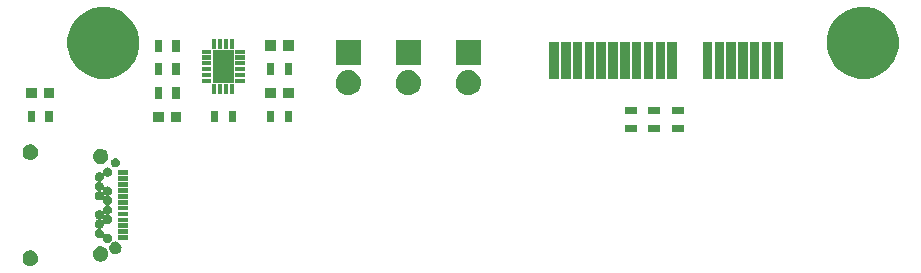
<source format=gts>
G04 #@! TF.FileFunction,Soldermask,Top*
%FSLAX46Y46*%
G04 Gerber Fmt 4.6, Leading zero omitted, Abs format (unit mm)*
G04 Created by KiCad (PCBNEW 4.0.7) date Thursday, January 18, 2018 'PMt' 01:36:02 PM*
%MOMM*%
%LPD*%
G01*
G04 APERTURE LIST*
%ADD10C,0.100000*%
G04 APERTURE END LIST*
D10*
G36*
X1478627Y2412966D02*
X1604152Y2387200D01*
X1722278Y2337545D01*
X1828512Y2265889D01*
X1918799Y2174969D01*
X1989711Y2068238D01*
X2038540Y1949769D01*
X2063377Y1824333D01*
X2063377Y1824327D01*
X2063428Y1824069D01*
X2061385Y1677711D01*
X2061326Y1677452D01*
X2061326Y1677446D01*
X2032998Y1552759D01*
X1980878Y1435695D01*
X1907015Y1330988D01*
X1814223Y1242623D01*
X1706028Y1173960D01*
X1586561Y1127622D01*
X1460374Y1105372D01*
X1332258Y1108056D01*
X1207110Y1135572D01*
X1089688Y1186872D01*
X984470Y1260000D01*
X895457Y1352176D01*
X826040Y1459889D01*
X778870Y1579028D01*
X755739Y1705059D01*
X757528Y1833184D01*
X784170Y1958525D01*
X834651Y2076303D01*
X907044Y2182032D01*
X998596Y2271686D01*
X1105813Y2341847D01*
X1224627Y2389851D01*
X1350494Y2413862D01*
X1478627Y2412966D01*
X1478627Y2412966D01*
G37*
G36*
X7428627Y2772966D02*
X7554152Y2747200D01*
X7672278Y2697545D01*
X7778512Y2625889D01*
X7868799Y2534969D01*
X7939711Y2428238D01*
X7988540Y2309769D01*
X8013377Y2184333D01*
X8013377Y2184327D01*
X8013428Y2184069D01*
X8011385Y2037711D01*
X8011326Y2037452D01*
X8011326Y2037446D01*
X7982998Y1912759D01*
X7930878Y1795695D01*
X7857015Y1690988D01*
X7764223Y1602623D01*
X7656028Y1533960D01*
X7536561Y1487622D01*
X7410374Y1465372D01*
X7282258Y1468056D01*
X7157110Y1495572D01*
X7039688Y1546872D01*
X6934470Y1620000D01*
X6845457Y1712176D01*
X6776040Y1819889D01*
X6728870Y1939028D01*
X6705739Y2065059D01*
X6707528Y2193184D01*
X6734170Y2318525D01*
X6784651Y2436303D01*
X6857044Y2542032D01*
X6948596Y2631686D01*
X7055813Y2701847D01*
X7174627Y2749851D01*
X7300494Y2773862D01*
X7428627Y2772966D01*
X7428627Y2772966D01*
G37*
G36*
X8665247Y3175651D02*
X8766296Y3154909D01*
X8861390Y3114935D01*
X8946909Y3057252D01*
X9019594Y2984057D01*
X9076679Y2898137D01*
X9115987Y2802768D01*
X9135971Y2701841D01*
X9135971Y2701835D01*
X9136022Y2701577D01*
X9134377Y2583756D01*
X9134319Y2583501D01*
X9134319Y2583491D01*
X9111525Y2483165D01*
X9069569Y2388931D01*
X9010106Y2304637D01*
X8935406Y2233500D01*
X8848308Y2178226D01*
X8752137Y2140924D01*
X8650552Y2123012D01*
X8547416Y2125172D01*
X8446671Y2147322D01*
X8352140Y2188622D01*
X8267440Y2247490D01*
X8195783Y2321694D01*
X8139900Y2408405D01*
X8101928Y2504314D01*
X8083307Y2605771D01*
X8084747Y2708914D01*
X8106195Y2809817D01*
X8146833Y2904631D01*
X8205111Y2989744D01*
X8278812Y3061918D01*
X8365122Y3118397D01*
X8460773Y3157043D01*
X8562096Y3176372D01*
X8665247Y3175651D01*
X8665247Y3175651D01*
G37*
G36*
X7990688Y9437144D02*
X8065112Y9421867D01*
X8135151Y9392425D01*
X8198134Y9349943D01*
X8251668Y9296033D01*
X8293710Y9232755D01*
X8322661Y9162514D01*
X8337366Y9088251D01*
X8337366Y9088239D01*
X8337416Y9087986D01*
X8336204Y9001211D01*
X8336147Y9000961D01*
X8336147Y9000945D01*
X8319376Y8927129D01*
X8288473Y8857719D01*
X8244680Y8795638D01*
X8189663Y8743246D01*
X8125513Y8702535D01*
X8054687Y8675064D01*
X7979867Y8661871D01*
X7903908Y8663462D01*
X7829705Y8679777D01*
X7760089Y8710191D01*
X7697702Y8753551D01*
X7696408Y8754891D01*
X7687861Y8761547D01*
X7677797Y8765559D01*
X7667015Y8766608D01*
X7656367Y8764612D01*
X7646696Y8759729D01*
X7638769Y8752344D01*
X7633213Y8743044D01*
X7630468Y8732564D01*
X7630947Y8720667D01*
X7637366Y8688250D01*
X7637366Y8688239D01*
X7637416Y8687986D01*
X7636204Y8601211D01*
X7636147Y8600961D01*
X7636147Y8600945D01*
X7619376Y8527129D01*
X7588473Y8457719D01*
X7544680Y8395638D01*
X7489663Y8343246D01*
X7425514Y8302536D01*
X7383132Y8286097D01*
X7373683Y8280797D01*
X7366085Y8273075D01*
X7360939Y8263542D01*
X7358653Y8252952D01*
X7359408Y8242145D01*
X7363143Y8231975D01*
X7369564Y8223249D01*
X7382136Y8214711D01*
X7435150Y8192426D01*
X7498134Y8149943D01*
X7551668Y8096033D01*
X7593710Y8032755D01*
X7622661Y7962514D01*
X7637366Y7888251D01*
X7637366Y7888239D01*
X7637416Y7887986D01*
X7636204Y7801211D01*
X7636147Y7800961D01*
X7636147Y7800946D01*
X7631217Y7779249D01*
X7630327Y7768452D01*
X7632480Y7757834D01*
X7637506Y7748237D01*
X7645007Y7740420D01*
X7654388Y7735002D01*
X7664908Y7732412D01*
X7675732Y7732856D01*
X7686005Y7736297D01*
X7695697Y7743212D01*
X7706079Y7753379D01*
X7769646Y7794977D01*
X7840093Y7823439D01*
X7914719Y7837675D01*
X7990688Y7837144D01*
X8065112Y7821867D01*
X8135151Y7792425D01*
X8198134Y7749943D01*
X8251668Y7696033D01*
X8293710Y7632755D01*
X8322661Y7562514D01*
X8337366Y7488251D01*
X8337366Y7488239D01*
X8337416Y7487986D01*
X8336204Y7401211D01*
X8336147Y7400961D01*
X8336147Y7400945D01*
X8319376Y7327129D01*
X8288473Y7257719D01*
X8244680Y7195638D01*
X8189663Y7143246D01*
X8125514Y7102536D01*
X8083132Y7086097D01*
X8073683Y7080797D01*
X8066085Y7073075D01*
X8060939Y7063542D01*
X8058653Y7052952D01*
X8059408Y7042145D01*
X8063143Y7031975D01*
X8069564Y7023249D01*
X8082136Y7014711D01*
X8135150Y6992426D01*
X8198134Y6949943D01*
X8251668Y6896033D01*
X8293710Y6832755D01*
X8322661Y6762514D01*
X8337366Y6688251D01*
X8337366Y6688239D01*
X8337416Y6687986D01*
X8336204Y6601211D01*
X8336147Y6600961D01*
X8336147Y6600945D01*
X8319376Y6527129D01*
X8288473Y6457719D01*
X8244680Y6395638D01*
X8189663Y6343246D01*
X8125514Y6302536D01*
X8083132Y6286097D01*
X8073683Y6280797D01*
X8066085Y6273075D01*
X8060939Y6263542D01*
X8058653Y6252952D01*
X8059408Y6242145D01*
X8063143Y6231975D01*
X8069564Y6223249D01*
X8082136Y6214711D01*
X8135150Y6192426D01*
X8198134Y6149943D01*
X8251668Y6096033D01*
X8293710Y6032755D01*
X8322661Y5962514D01*
X8337366Y5888251D01*
X8337366Y5888239D01*
X8337416Y5887986D01*
X8336204Y5801211D01*
X8336147Y5800961D01*
X8336147Y5800945D01*
X8319376Y5727129D01*
X8288473Y5657719D01*
X8244680Y5595638D01*
X8189663Y5543246D01*
X8125514Y5502536D01*
X8083132Y5486097D01*
X8073683Y5480797D01*
X8066085Y5473075D01*
X8060939Y5463542D01*
X8058653Y5452952D01*
X8059408Y5442145D01*
X8063143Y5431975D01*
X8069564Y5423249D01*
X8082136Y5414711D01*
X8135150Y5392426D01*
X8198134Y5349943D01*
X8251668Y5296033D01*
X8293710Y5232755D01*
X8322661Y5162514D01*
X8337366Y5088251D01*
X8337366Y5088239D01*
X8337416Y5087986D01*
X8336204Y5001211D01*
X8336147Y5000961D01*
X8336147Y5000945D01*
X8319376Y4927129D01*
X8288473Y4857719D01*
X8244680Y4795638D01*
X8189663Y4743246D01*
X8125513Y4702535D01*
X8054687Y4675064D01*
X7979867Y4661871D01*
X7903908Y4663462D01*
X7829705Y4679777D01*
X7760089Y4710191D01*
X7697702Y4753551D01*
X7696408Y4754891D01*
X7687861Y4761547D01*
X7677797Y4765559D01*
X7667015Y4766608D01*
X7656367Y4764612D01*
X7646696Y4759729D01*
X7638769Y4752344D01*
X7633213Y4743044D01*
X7630468Y4732564D01*
X7630947Y4720667D01*
X7637366Y4688250D01*
X7637366Y4688239D01*
X7637416Y4687986D01*
X7636204Y4601211D01*
X7636147Y4600961D01*
X7636147Y4600945D01*
X7619376Y4527129D01*
X7588473Y4457719D01*
X7544680Y4395638D01*
X7489663Y4343246D01*
X7425514Y4302536D01*
X7383132Y4286097D01*
X7373683Y4280797D01*
X7366085Y4273075D01*
X7360939Y4263542D01*
X7358653Y4252952D01*
X7359408Y4242145D01*
X7363143Y4231975D01*
X7369564Y4223249D01*
X7382136Y4214711D01*
X7435150Y4192426D01*
X7498134Y4149943D01*
X7551668Y4096033D01*
X7593710Y4032755D01*
X7622661Y3962514D01*
X7637366Y3888251D01*
X7637366Y3888239D01*
X7637416Y3887986D01*
X7636204Y3801211D01*
X7636147Y3800961D01*
X7636147Y3800946D01*
X7631217Y3779249D01*
X7630327Y3768452D01*
X7632480Y3757834D01*
X7637506Y3748237D01*
X7645007Y3740420D01*
X7654388Y3735002D01*
X7664908Y3732412D01*
X7675732Y3732856D01*
X7686005Y3736297D01*
X7695697Y3743212D01*
X7706079Y3753379D01*
X7769646Y3794977D01*
X7840093Y3823439D01*
X7914719Y3837675D01*
X7990688Y3837144D01*
X8065112Y3821867D01*
X8135151Y3792425D01*
X8198134Y3749943D01*
X8251668Y3696033D01*
X8293710Y3632755D01*
X8322661Y3562514D01*
X8337366Y3488251D01*
X8337366Y3488239D01*
X8337416Y3487986D01*
X8336204Y3401211D01*
X8336147Y3400961D01*
X8336147Y3400945D01*
X8319376Y3327129D01*
X8288473Y3257719D01*
X8244680Y3195638D01*
X8189663Y3143246D01*
X8125513Y3102535D01*
X8054687Y3075064D01*
X7979867Y3061871D01*
X7903908Y3063462D01*
X7829705Y3079777D01*
X7760089Y3110191D01*
X7697702Y3153551D01*
X7644928Y3208201D01*
X7603769Y3272065D01*
X7575804Y3342697D01*
X7562089Y3417430D01*
X7563149Y3493390D01*
X7569227Y3521984D01*
X7569966Y3532792D01*
X7567664Y3543378D01*
X7562505Y3552904D01*
X7554896Y3560616D01*
X7545439Y3565902D01*
X7534885Y3568345D01*
X7524067Y3567750D01*
X7513844Y3564166D01*
X7505018Y3557869D01*
X7489663Y3543246D01*
X7425513Y3502535D01*
X7354687Y3475064D01*
X7279867Y3461871D01*
X7203908Y3463462D01*
X7129705Y3479777D01*
X7060089Y3510191D01*
X6997702Y3553551D01*
X6944928Y3608201D01*
X6903769Y3672065D01*
X6875804Y3742697D01*
X6862089Y3817430D01*
X6863149Y3893389D01*
X6878946Y3967706D01*
X6908876Y4037537D01*
X6951798Y4100223D01*
X7006079Y4153379D01*
X7069646Y4194977D01*
X7116773Y4214017D01*
X7126147Y4219448D01*
X7133637Y4227276D01*
X7138649Y4236880D01*
X7140787Y4247501D01*
X7139882Y4258297D01*
X7136005Y4268413D01*
X7129463Y4277048D01*
X7117764Y4284994D01*
X7060089Y4310191D01*
X6997702Y4353551D01*
X6944928Y4408201D01*
X6903769Y4472065D01*
X6875804Y4542697D01*
X6862089Y4617430D01*
X6863149Y4693389D01*
X6878946Y4767706D01*
X6908876Y4837537D01*
X6951798Y4900223D01*
X7006079Y4953379D01*
X7069646Y4994977D01*
X7116773Y5014017D01*
X7126147Y5019448D01*
X7133637Y5027276D01*
X7138649Y5036880D01*
X7140787Y5047501D01*
X7140331Y5052952D01*
X7358653Y5052952D01*
X7359408Y5042145D01*
X7363143Y5031975D01*
X7369564Y5023249D01*
X7382136Y5014711D01*
X7435150Y4992426D01*
X7498134Y4949943D01*
X7504144Y4943891D01*
X7512783Y4937354D01*
X7522902Y4933483D01*
X7533698Y4932584D01*
X7544317Y4934728D01*
X7553919Y4939746D01*
X7561742Y4947240D01*
X7567168Y4956617D01*
X7569767Y4967135D01*
X7569331Y4977969D01*
X7562089Y5017430D01*
X7563149Y5093390D01*
X7569227Y5121984D01*
X7569966Y5132792D01*
X7567664Y5143378D01*
X7562505Y5152904D01*
X7554896Y5160616D01*
X7545439Y5165902D01*
X7534885Y5168345D01*
X7524067Y5167750D01*
X7513844Y5164166D01*
X7505018Y5157869D01*
X7489663Y5143246D01*
X7425514Y5102536D01*
X7383132Y5086097D01*
X7373683Y5080797D01*
X7366085Y5073075D01*
X7360939Y5063542D01*
X7358653Y5052952D01*
X7140331Y5052952D01*
X7139882Y5058297D01*
X7136005Y5068413D01*
X7129463Y5077048D01*
X7117764Y5084994D01*
X7060089Y5110191D01*
X6997702Y5153551D01*
X6944928Y5208201D01*
X6903769Y5272065D01*
X6875804Y5342697D01*
X6871078Y5368452D01*
X7630327Y5368452D01*
X7632480Y5357834D01*
X7637506Y5348237D01*
X7645007Y5340420D01*
X7654388Y5335002D01*
X7664908Y5332412D01*
X7675732Y5332856D01*
X7686005Y5336297D01*
X7695697Y5343212D01*
X7706079Y5353379D01*
X7769646Y5394977D01*
X7816773Y5414017D01*
X7826147Y5419448D01*
X7833637Y5427276D01*
X7838649Y5436880D01*
X7840787Y5447501D01*
X7839882Y5458297D01*
X7836005Y5468413D01*
X7829463Y5477048D01*
X7817764Y5484994D01*
X7760089Y5510191D01*
X7697702Y5553551D01*
X7696408Y5554891D01*
X7687861Y5561547D01*
X7677797Y5565559D01*
X7667015Y5566608D01*
X7656367Y5564612D01*
X7646696Y5559729D01*
X7638769Y5552344D01*
X7633213Y5543044D01*
X7630468Y5532564D01*
X7630947Y5520667D01*
X7637366Y5488250D01*
X7637366Y5488239D01*
X7637416Y5487986D01*
X7636204Y5401211D01*
X7636147Y5400961D01*
X7636147Y5400946D01*
X7631217Y5379249D01*
X7630327Y5368452D01*
X6871078Y5368452D01*
X6862089Y5417430D01*
X6863149Y5493389D01*
X6878946Y5567706D01*
X6908876Y5637537D01*
X6951798Y5700223D01*
X7006079Y5753379D01*
X7069646Y5794977D01*
X7140093Y5823439D01*
X7214719Y5837675D01*
X7290688Y5837144D01*
X7365112Y5821867D01*
X7435151Y5792425D01*
X7498134Y5749943D01*
X7504144Y5743891D01*
X7512783Y5737354D01*
X7522902Y5733483D01*
X7533698Y5732584D01*
X7544317Y5734728D01*
X7553919Y5739746D01*
X7561742Y5747240D01*
X7567168Y5756617D01*
X7569767Y5767135D01*
X7569331Y5777969D01*
X7562089Y5817430D01*
X7563149Y5893389D01*
X7578946Y5967706D01*
X7608876Y6037537D01*
X7651798Y6100223D01*
X7706079Y6153379D01*
X7769646Y6194977D01*
X7816773Y6214017D01*
X7826147Y6219448D01*
X7833637Y6227276D01*
X7838649Y6236880D01*
X7840787Y6247501D01*
X7839882Y6258297D01*
X7836005Y6268413D01*
X7829463Y6277048D01*
X7817764Y6284994D01*
X7760089Y6310191D01*
X7697702Y6353551D01*
X7644928Y6408201D01*
X7603769Y6472065D01*
X7575804Y6542697D01*
X7562089Y6617430D01*
X7563149Y6693390D01*
X7569227Y6721984D01*
X7569966Y6732792D01*
X7567664Y6743378D01*
X7562505Y6752904D01*
X7554896Y6760616D01*
X7545439Y6765902D01*
X7534885Y6768345D01*
X7524067Y6767750D01*
X7513844Y6764166D01*
X7505018Y6757869D01*
X7489663Y6743246D01*
X7425513Y6702535D01*
X7354687Y6675064D01*
X7279867Y6661871D01*
X7203908Y6663462D01*
X7129705Y6679777D01*
X7060089Y6710191D01*
X6997702Y6753551D01*
X6944928Y6808201D01*
X6903769Y6872065D01*
X6875804Y6942697D01*
X6871078Y6968452D01*
X7630327Y6968452D01*
X7632480Y6957834D01*
X7637506Y6948237D01*
X7645007Y6940420D01*
X7654388Y6935002D01*
X7664908Y6932412D01*
X7675732Y6932856D01*
X7686005Y6936297D01*
X7695697Y6943212D01*
X7706079Y6953379D01*
X7769646Y6994977D01*
X7816773Y7014017D01*
X7826147Y7019448D01*
X7833637Y7027276D01*
X7838649Y7036880D01*
X7840787Y7047501D01*
X7839882Y7058297D01*
X7836005Y7068413D01*
X7829463Y7077048D01*
X7817764Y7084994D01*
X7760089Y7110191D01*
X7697702Y7153551D01*
X7696408Y7154891D01*
X7687861Y7161547D01*
X7677797Y7165559D01*
X7667015Y7166608D01*
X7656367Y7164612D01*
X7646696Y7159729D01*
X7638769Y7152344D01*
X7633213Y7143044D01*
X7630468Y7132564D01*
X7630947Y7120667D01*
X7637366Y7088250D01*
X7637366Y7088239D01*
X7637416Y7087986D01*
X7636204Y7001211D01*
X7636147Y7000961D01*
X7636147Y7000946D01*
X7631217Y6979249D01*
X7630327Y6968452D01*
X6871078Y6968452D01*
X6862089Y7017430D01*
X6863149Y7093389D01*
X6878946Y7167706D01*
X6908876Y7237537D01*
X6951798Y7300223D01*
X7006079Y7353379D01*
X7069646Y7394977D01*
X7116773Y7414017D01*
X7126147Y7419448D01*
X7133637Y7427276D01*
X7138649Y7436880D01*
X7140787Y7447501D01*
X7140331Y7452952D01*
X7358653Y7452952D01*
X7359408Y7442145D01*
X7363143Y7431975D01*
X7369564Y7423249D01*
X7382136Y7414711D01*
X7435150Y7392426D01*
X7498134Y7349943D01*
X7504144Y7343891D01*
X7512783Y7337354D01*
X7522902Y7333483D01*
X7533698Y7332584D01*
X7544317Y7334728D01*
X7553919Y7339746D01*
X7561742Y7347240D01*
X7567168Y7356617D01*
X7569767Y7367135D01*
X7569331Y7377969D01*
X7562089Y7417430D01*
X7563149Y7493390D01*
X7569227Y7521984D01*
X7569966Y7532792D01*
X7567664Y7543378D01*
X7562505Y7552904D01*
X7554896Y7560616D01*
X7545439Y7565902D01*
X7534885Y7568345D01*
X7524067Y7567750D01*
X7513844Y7564166D01*
X7505018Y7557869D01*
X7489663Y7543246D01*
X7425514Y7502536D01*
X7383132Y7486097D01*
X7373683Y7480797D01*
X7366085Y7473075D01*
X7360939Y7463542D01*
X7358653Y7452952D01*
X7140331Y7452952D01*
X7139882Y7458297D01*
X7136005Y7468413D01*
X7129463Y7477048D01*
X7117764Y7484994D01*
X7060089Y7510191D01*
X6997702Y7553551D01*
X6944928Y7608201D01*
X6903769Y7672065D01*
X6875804Y7742697D01*
X6862089Y7817430D01*
X6863149Y7893389D01*
X6878946Y7967706D01*
X6908876Y8037537D01*
X6951798Y8100223D01*
X7006079Y8153379D01*
X7069646Y8194977D01*
X7116773Y8214017D01*
X7126147Y8219448D01*
X7133637Y8227276D01*
X7138649Y8236880D01*
X7140787Y8247501D01*
X7139882Y8258297D01*
X7136005Y8268413D01*
X7129463Y8277048D01*
X7117764Y8284994D01*
X7060089Y8310191D01*
X6997702Y8353551D01*
X6944928Y8408201D01*
X6903769Y8472065D01*
X6875804Y8542697D01*
X6862089Y8617430D01*
X6863149Y8693389D01*
X6878946Y8767706D01*
X6908876Y8837537D01*
X6951798Y8900223D01*
X7006079Y8953379D01*
X7069646Y8994977D01*
X7140093Y9023439D01*
X7214719Y9037675D01*
X7290688Y9037144D01*
X7365112Y9021867D01*
X7435151Y8992425D01*
X7498134Y8949943D01*
X7504144Y8943891D01*
X7512783Y8937354D01*
X7522902Y8933483D01*
X7533698Y8932584D01*
X7544317Y8934728D01*
X7553919Y8939746D01*
X7561742Y8947240D01*
X7567168Y8956617D01*
X7569767Y8967135D01*
X7569331Y8977969D01*
X7562089Y9017430D01*
X7563149Y9093389D01*
X7578946Y9167706D01*
X7608876Y9237537D01*
X7651798Y9300223D01*
X7706079Y9353379D01*
X7769646Y9394977D01*
X7840093Y9423439D01*
X7914719Y9437675D01*
X7990688Y9437144D01*
X7990688Y9437144D01*
G37*
G36*
X9671000Y3299000D02*
X8869000Y3299000D01*
X8869000Y3701000D01*
X9671000Y3701000D01*
X9671000Y3299000D01*
X9671000Y3299000D01*
G37*
G36*
X9671000Y3799000D02*
X8869000Y3799000D01*
X8869000Y4201000D01*
X9671000Y4201000D01*
X9671000Y3799000D01*
X9671000Y3799000D01*
G37*
G36*
X9671000Y4299000D02*
X8869000Y4299000D01*
X8869000Y4701000D01*
X9671000Y4701000D01*
X9671000Y4299000D01*
X9671000Y4299000D01*
G37*
G36*
X9671000Y4799000D02*
X8869000Y4799000D01*
X8869000Y5201000D01*
X9671000Y5201000D01*
X9671000Y4799000D01*
X9671000Y4799000D01*
G37*
G36*
X9671000Y5299000D02*
X8869000Y5299000D01*
X8869000Y5701000D01*
X9671000Y5701000D01*
X9671000Y5299000D01*
X9671000Y5299000D01*
G37*
G36*
X9671000Y5799000D02*
X8869000Y5799000D01*
X8869000Y6201000D01*
X9671000Y6201000D01*
X9671000Y5799000D01*
X9671000Y5799000D01*
G37*
G36*
X9671000Y6299000D02*
X8869000Y6299000D01*
X8869000Y6701000D01*
X9671000Y6701000D01*
X9671000Y6299000D01*
X9671000Y6299000D01*
G37*
G36*
X9671000Y6799000D02*
X8869000Y6799000D01*
X8869000Y7201000D01*
X9671000Y7201000D01*
X9671000Y6799000D01*
X9671000Y6799000D01*
G37*
G36*
X9671000Y7299000D02*
X8869000Y7299000D01*
X8869000Y7701000D01*
X9671000Y7701000D01*
X9671000Y7299000D01*
X9671000Y7299000D01*
G37*
G36*
X9671000Y7799000D02*
X8869000Y7799000D01*
X8869000Y8201000D01*
X9671000Y8201000D01*
X9671000Y7799000D01*
X9671000Y7799000D01*
G37*
G36*
X9671000Y8299000D02*
X8869000Y8299000D01*
X8869000Y8701000D01*
X9671000Y8701000D01*
X9671000Y8299000D01*
X9671000Y8299000D01*
G37*
G36*
X9671000Y8799000D02*
X8869000Y8799000D01*
X8869000Y9201000D01*
X9671000Y9201000D01*
X9671000Y8799000D01*
X9671000Y8799000D01*
G37*
G36*
X8649492Y10225751D02*
X8721725Y10210924D01*
X8789701Y10182350D01*
X8850835Y10141114D01*
X8902789Y10088796D01*
X8943596Y10027377D01*
X8971695Y9959204D01*
X8985965Y9887133D01*
X8985965Y9887127D01*
X8986016Y9886869D01*
X8984840Y9802647D01*
X8984782Y9802392D01*
X8984782Y9802382D01*
X8968506Y9730738D01*
X8938516Y9663381D01*
X8896009Y9603123D01*
X8842611Y9552273D01*
X8780349Y9512761D01*
X8711604Y9486097D01*
X8638989Y9473293D01*
X8565262Y9474837D01*
X8493248Y9490670D01*
X8425673Y9520193D01*
X8365128Y9562273D01*
X8313905Y9615316D01*
X8273958Y9677301D01*
X8246816Y9745854D01*
X8233504Y9818389D01*
X8234533Y9892113D01*
X8249864Y9964241D01*
X8278914Y10032018D01*
X8320573Y10092860D01*
X8373257Y10144452D01*
X8434953Y10184825D01*
X8503327Y10212450D01*
X8575757Y10226267D01*
X8649492Y10225751D01*
X8649492Y10225751D01*
G37*
G36*
X7428627Y11032966D02*
X7554152Y11007200D01*
X7672278Y10957545D01*
X7778512Y10885889D01*
X7868799Y10794969D01*
X7939711Y10688238D01*
X7988540Y10569769D01*
X8013377Y10444333D01*
X8013377Y10444327D01*
X8013428Y10444069D01*
X8011385Y10297711D01*
X8011326Y10297452D01*
X8011326Y10297446D01*
X7982998Y10172759D01*
X7930878Y10055695D01*
X7857015Y9950988D01*
X7764223Y9862623D01*
X7656028Y9793960D01*
X7536561Y9747622D01*
X7410374Y9725372D01*
X7282258Y9728056D01*
X7157110Y9755572D01*
X7039688Y9806872D01*
X6934470Y9880000D01*
X6845457Y9972176D01*
X6776040Y10079889D01*
X6728870Y10199028D01*
X6705739Y10325059D01*
X6707528Y10453184D01*
X6734170Y10578525D01*
X6784651Y10696303D01*
X6857044Y10802032D01*
X6948596Y10891686D01*
X7055813Y10961847D01*
X7174627Y11009851D01*
X7300494Y11033862D01*
X7428627Y11032966D01*
X7428627Y11032966D01*
G37*
G36*
X1478627Y11392966D02*
X1604152Y11367200D01*
X1722278Y11317545D01*
X1828512Y11245889D01*
X1918799Y11154969D01*
X1989711Y11048238D01*
X2038540Y10929769D01*
X2063377Y10804333D01*
X2063377Y10804327D01*
X2063428Y10804069D01*
X2061385Y10657711D01*
X2061326Y10657452D01*
X2061326Y10657446D01*
X2032998Y10532759D01*
X1980878Y10415695D01*
X1907015Y10310988D01*
X1814223Y10222623D01*
X1706028Y10153960D01*
X1586561Y10107622D01*
X1460374Y10085372D01*
X1332258Y10088056D01*
X1207110Y10115572D01*
X1089688Y10166872D01*
X984470Y10240000D01*
X895457Y10332176D01*
X826040Y10439889D01*
X778870Y10559028D01*
X755739Y10685059D01*
X757528Y10813184D01*
X784170Y10938525D01*
X834651Y11056303D01*
X907044Y11162032D01*
X998596Y11251686D01*
X1105813Y11321847D01*
X1224627Y11369851D01*
X1350494Y11393862D01*
X1478627Y11392966D01*
X1478627Y11392966D01*
G37*
G36*
X52751000Y12449000D02*
X51749000Y12449000D01*
X51749000Y13051000D01*
X52751000Y13051000D01*
X52751000Y12449000D01*
X52751000Y12449000D01*
G37*
G36*
X54751000Y12449000D02*
X53749000Y12449000D01*
X53749000Y13051000D01*
X54751000Y13051000D01*
X54751000Y12449000D01*
X54751000Y12449000D01*
G37*
G36*
X56751000Y12449000D02*
X55749000Y12449000D01*
X55749000Y13051000D01*
X56751000Y13051000D01*
X56751000Y12449000D01*
X56751000Y12449000D01*
G37*
G36*
X17301000Y13249000D02*
X16699000Y13249000D01*
X16699000Y14251000D01*
X17301000Y14251000D01*
X17301000Y13249000D01*
X17301000Y13249000D01*
G37*
G36*
X18801000Y13249000D02*
X18199000Y13249000D01*
X18199000Y14251000D01*
X18801000Y14251000D01*
X18801000Y13249000D01*
X18801000Y13249000D01*
G37*
G36*
X22051000Y13249000D02*
X21449000Y13249000D01*
X21449000Y14251000D01*
X22051000Y14251000D01*
X22051000Y13249000D01*
X22051000Y13249000D01*
G37*
G36*
X23551000Y13249000D02*
X22949000Y13249000D01*
X22949000Y14251000D01*
X23551000Y14251000D01*
X23551000Y13249000D01*
X23551000Y13249000D01*
G37*
G36*
X3301000Y13249000D02*
X2699000Y13249000D01*
X2699000Y14251000D01*
X3301000Y14251000D01*
X3301000Y13249000D01*
X3301000Y13249000D01*
G37*
G36*
X1801000Y13249000D02*
X1199000Y13249000D01*
X1199000Y14251000D01*
X1801000Y14251000D01*
X1801000Y13249000D01*
X1801000Y13249000D01*
G37*
G36*
X12701000Y13324000D02*
X11799000Y13324000D01*
X11799000Y14176000D01*
X12701000Y14176000D01*
X12701000Y13324000D01*
X12701000Y13324000D01*
G37*
G36*
X14201000Y13324000D02*
X13299000Y13324000D01*
X13299000Y14176000D01*
X14201000Y14176000D01*
X14201000Y13324000D01*
X14201000Y13324000D01*
G37*
G36*
X52751000Y13949000D02*
X51749000Y13949000D01*
X51749000Y14551000D01*
X52751000Y14551000D01*
X52751000Y13949000D01*
X52751000Y13949000D01*
G37*
G36*
X54751000Y13949000D02*
X53749000Y13949000D01*
X53749000Y14551000D01*
X54751000Y14551000D01*
X54751000Y13949000D01*
X54751000Y13949000D01*
G37*
G36*
X56751000Y13949000D02*
X55749000Y13949000D01*
X55749000Y14551000D01*
X56751000Y14551000D01*
X56751000Y13949000D01*
X56751000Y13949000D01*
G37*
G36*
X12551000Y15249000D02*
X11949000Y15249000D01*
X11949000Y16251000D01*
X12551000Y16251000D01*
X12551000Y15249000D01*
X12551000Y15249000D01*
G37*
G36*
X14051000Y15249000D02*
X13449000Y15249000D01*
X13449000Y16251000D01*
X14051000Y16251000D01*
X14051000Y15249000D01*
X14051000Y15249000D01*
G37*
G36*
X1950480Y15300220D02*
X1050920Y15300220D01*
X1050920Y16199780D01*
X1950480Y16199780D01*
X1950480Y15300220D01*
X1950480Y15300220D01*
G37*
G36*
X3449080Y15300220D02*
X2549520Y15300220D01*
X2549520Y16199780D01*
X3449080Y16199780D01*
X3449080Y15300220D01*
X3449080Y15300220D01*
G37*
G36*
X22200480Y15300220D02*
X21300920Y15300220D01*
X21300920Y16199780D01*
X22200480Y16199780D01*
X22200480Y15300220D01*
X22200480Y15300220D01*
G37*
G36*
X23699080Y15300220D02*
X22799520Y15300220D01*
X22799520Y16199780D01*
X23699080Y16199780D01*
X23699080Y15300220D01*
X23699080Y15300220D01*
G37*
G36*
X28348497Y17686907D02*
X28348498Y17686907D01*
X28350061Y17686896D01*
X28557005Y17663683D01*
X28755499Y17600717D01*
X28937983Y17500396D01*
X29097505Y17366541D01*
X29227991Y17204250D01*
X29324468Y17019705D01*
X29383263Y16819936D01*
X29383265Y16819911D01*
X29383268Y16819902D01*
X29402138Y16612549D01*
X29380375Y16405487D01*
X29380373Y16405482D01*
X29380370Y16405450D01*
X29318791Y16206521D01*
X29219746Y16023341D01*
X29087008Y15862888D01*
X28925632Y15731273D01*
X28741765Y15633509D01*
X28542411Y15573321D01*
X28335163Y15553000D01*
X28324777Y15553000D01*
X28311503Y15553093D01*
X28311502Y15553093D01*
X28309939Y15553104D01*
X28102995Y15576317D01*
X27904501Y15639283D01*
X27722017Y15739604D01*
X27562495Y15873459D01*
X27432009Y16035750D01*
X27335532Y16220295D01*
X27276737Y16420064D01*
X27276735Y16420089D01*
X27276732Y16420098D01*
X27257862Y16627451D01*
X27279625Y16834513D01*
X27279627Y16834518D01*
X27279630Y16834550D01*
X27341209Y17033479D01*
X27440254Y17216659D01*
X27572992Y17377112D01*
X27734368Y17508727D01*
X27918235Y17606491D01*
X28117589Y17666679D01*
X28324837Y17687000D01*
X28335223Y17687000D01*
X28348497Y17686907D01*
X28348497Y17686907D01*
G37*
G36*
X33428497Y17686907D02*
X33428498Y17686907D01*
X33430061Y17686896D01*
X33637005Y17663683D01*
X33835499Y17600717D01*
X34017983Y17500396D01*
X34177505Y17366541D01*
X34307991Y17204250D01*
X34404468Y17019705D01*
X34463263Y16819936D01*
X34463265Y16819911D01*
X34463268Y16819902D01*
X34482138Y16612549D01*
X34460375Y16405487D01*
X34460373Y16405482D01*
X34460370Y16405450D01*
X34398791Y16206521D01*
X34299746Y16023341D01*
X34167008Y15862888D01*
X34005632Y15731273D01*
X33821765Y15633509D01*
X33622411Y15573321D01*
X33415163Y15553000D01*
X33404777Y15553000D01*
X33391503Y15553093D01*
X33391502Y15553093D01*
X33389939Y15553104D01*
X33182995Y15576317D01*
X32984501Y15639283D01*
X32802017Y15739604D01*
X32642495Y15873459D01*
X32512009Y16035750D01*
X32415532Y16220295D01*
X32356737Y16420064D01*
X32356735Y16420089D01*
X32356732Y16420098D01*
X32337862Y16627451D01*
X32359625Y16834513D01*
X32359627Y16834518D01*
X32359630Y16834550D01*
X32421209Y17033479D01*
X32520254Y17216659D01*
X32652992Y17377112D01*
X32814368Y17508727D01*
X32998235Y17606491D01*
X33197589Y17666679D01*
X33404837Y17687000D01*
X33415223Y17687000D01*
X33428497Y17686907D01*
X33428497Y17686907D01*
G37*
G36*
X38508497Y17686907D02*
X38508498Y17686907D01*
X38510061Y17686896D01*
X38717005Y17663683D01*
X38915499Y17600717D01*
X39097983Y17500396D01*
X39257505Y17366541D01*
X39387991Y17204250D01*
X39484468Y17019705D01*
X39543263Y16819936D01*
X39543265Y16819911D01*
X39543268Y16819902D01*
X39562138Y16612549D01*
X39540375Y16405487D01*
X39540373Y16405482D01*
X39540370Y16405450D01*
X39478791Y16206521D01*
X39379746Y16023341D01*
X39247008Y15862888D01*
X39085632Y15731273D01*
X38901765Y15633509D01*
X38702411Y15573321D01*
X38495163Y15553000D01*
X38484777Y15553000D01*
X38471503Y15553093D01*
X38471502Y15553093D01*
X38469939Y15553104D01*
X38262995Y15576317D01*
X38064501Y15639283D01*
X37882017Y15739604D01*
X37722495Y15873459D01*
X37592009Y16035750D01*
X37495532Y16220295D01*
X37436737Y16420064D01*
X37436735Y16420089D01*
X37436732Y16420098D01*
X37417862Y16627451D01*
X37439625Y16834513D01*
X37439627Y16834518D01*
X37439630Y16834550D01*
X37501209Y17033479D01*
X37600254Y17216659D01*
X37732992Y17377112D01*
X37894368Y17508727D01*
X38078235Y17606491D01*
X38277589Y17666679D01*
X38484837Y17687000D01*
X38495223Y17687000D01*
X38508497Y17686907D01*
X38508497Y17686907D01*
G37*
G36*
X18676000Y15699000D02*
X18324000Y15699000D01*
X18324000Y16501000D01*
X18676000Y16501000D01*
X18676000Y15699000D01*
X18676000Y15699000D01*
G37*
G36*
X18176000Y15699000D02*
X17824000Y15699000D01*
X17824000Y16501000D01*
X18176000Y16501000D01*
X18176000Y15699000D01*
X18176000Y15699000D01*
G37*
G36*
X17676000Y15699000D02*
X17324000Y15699000D01*
X17324000Y16501000D01*
X17676000Y16501000D01*
X17676000Y15699000D01*
X17676000Y15699000D01*
G37*
G36*
X17176000Y15699000D02*
X16824000Y15699000D01*
X16824000Y16501000D01*
X17176000Y16501000D01*
X17176000Y15699000D01*
X17176000Y15699000D01*
G37*
G36*
X16751000Y16574000D02*
X15949000Y16574000D01*
X15949000Y16926000D01*
X16751000Y16926000D01*
X16751000Y16574000D01*
X16751000Y16574000D01*
G37*
G36*
X19551000Y16574000D02*
X18749000Y16574000D01*
X18749000Y16926000D01*
X19551000Y16926000D01*
X19551000Y16574000D01*
X19551000Y16574000D01*
G37*
G36*
X18626000Y16624000D02*
X16874000Y16624000D01*
X16874000Y19376000D01*
X18626000Y19376000D01*
X18626000Y16624000D01*
X18626000Y16624000D01*
G37*
G36*
X72220457Y23048970D02*
X72806573Y22928658D01*
X73358152Y22696795D01*
X73854195Y22362210D01*
X74275796Y21937655D01*
X74606909Y21439290D01*
X74834916Y20886104D01*
X74951080Y20299430D01*
X74951080Y20299419D01*
X74951130Y20299166D01*
X74941588Y19615758D01*
X74941530Y19615503D01*
X74941530Y19615493D01*
X74809031Y19032297D01*
X74565666Y18485690D01*
X74220769Y17996766D01*
X73787474Y17584145D01*
X73282282Y17263541D01*
X72724445Y17047171D01*
X72135205Y16943272D01*
X71536999Y16955802D01*
X70952626Y17084286D01*
X70404336Y17323827D01*
X69913019Y17665301D01*
X69497382Y18095706D01*
X69173257Y18598648D01*
X68952999Y19154957D01*
X68844988Y19743467D01*
X68853341Y20341735D01*
X68977742Y20926995D01*
X69213452Y21476945D01*
X69551489Y21970636D01*
X69978981Y22389268D01*
X70479640Y22716890D01*
X71034409Y22941031D01*
X71622142Y23053147D01*
X72220457Y23048970D01*
X72220457Y23048970D01*
G37*
G36*
X7920457Y23048970D02*
X8506573Y22928658D01*
X9058152Y22696795D01*
X9554195Y22362210D01*
X9975796Y21937655D01*
X10306909Y21439290D01*
X10534916Y20886104D01*
X10651080Y20299430D01*
X10651080Y20299419D01*
X10651130Y20299166D01*
X10641588Y19615758D01*
X10641530Y19615503D01*
X10641530Y19615493D01*
X10509031Y19032297D01*
X10265666Y18485690D01*
X9920769Y17996766D01*
X9487474Y17584145D01*
X8982282Y17263541D01*
X8424445Y17047171D01*
X7835205Y16943272D01*
X7236999Y16955802D01*
X6652626Y17084286D01*
X6104336Y17323827D01*
X5613019Y17665301D01*
X5197382Y18095706D01*
X4873257Y18598648D01*
X4652999Y19154957D01*
X4544988Y19743467D01*
X4553341Y20341735D01*
X4677742Y20926995D01*
X4913452Y21476945D01*
X5251489Y21970636D01*
X5678981Y22389268D01*
X6179640Y22716890D01*
X6734409Y22941031D01*
X7322142Y23053147D01*
X7920457Y23048970D01*
X7920457Y23048970D01*
G37*
G36*
X47151000Y16949000D02*
X46349000Y16949000D01*
X46349000Y20051000D01*
X47151000Y20051000D01*
X47151000Y16949000D01*
X47151000Y16949000D01*
G37*
G36*
X48151000Y16949000D02*
X47349000Y16949000D01*
X47349000Y20051000D01*
X48151000Y20051000D01*
X48151000Y16949000D01*
X48151000Y16949000D01*
G37*
G36*
X49151000Y16949000D02*
X48349000Y16949000D01*
X48349000Y20051000D01*
X49151000Y20051000D01*
X49151000Y16949000D01*
X49151000Y16949000D01*
G37*
G36*
X50151000Y16949000D02*
X49349000Y16949000D01*
X49349000Y20051000D01*
X50151000Y20051000D01*
X50151000Y16949000D01*
X50151000Y16949000D01*
G37*
G36*
X51151000Y16949000D02*
X50349000Y16949000D01*
X50349000Y20051000D01*
X51151000Y20051000D01*
X51151000Y16949000D01*
X51151000Y16949000D01*
G37*
G36*
X52151000Y16949000D02*
X51349000Y16949000D01*
X51349000Y20051000D01*
X52151000Y20051000D01*
X52151000Y16949000D01*
X52151000Y16949000D01*
G37*
G36*
X53151000Y16949000D02*
X52349000Y16949000D01*
X52349000Y20051000D01*
X53151000Y20051000D01*
X53151000Y16949000D01*
X53151000Y16949000D01*
G37*
G36*
X54151000Y16949000D02*
X53349000Y16949000D01*
X53349000Y20051000D01*
X54151000Y20051000D01*
X54151000Y16949000D01*
X54151000Y16949000D01*
G37*
G36*
X46151000Y16949000D02*
X45349000Y16949000D01*
X45349000Y20051000D01*
X46151000Y20051000D01*
X46151000Y16949000D01*
X46151000Y16949000D01*
G37*
G36*
X55151000Y16949000D02*
X54349000Y16949000D01*
X54349000Y20051000D01*
X55151000Y20051000D01*
X55151000Y16949000D01*
X55151000Y16949000D01*
G37*
G36*
X59151000Y16949000D02*
X58349000Y16949000D01*
X58349000Y20051000D01*
X59151000Y20051000D01*
X59151000Y16949000D01*
X59151000Y16949000D01*
G37*
G36*
X60151000Y16949000D02*
X59349000Y16949000D01*
X59349000Y20051000D01*
X60151000Y20051000D01*
X60151000Y16949000D01*
X60151000Y16949000D01*
G37*
G36*
X56151000Y16949000D02*
X55349000Y16949000D01*
X55349000Y20051000D01*
X56151000Y20051000D01*
X56151000Y16949000D01*
X56151000Y16949000D01*
G37*
G36*
X61151000Y16949000D02*
X60349000Y16949000D01*
X60349000Y20051000D01*
X61151000Y20051000D01*
X61151000Y16949000D01*
X61151000Y16949000D01*
G37*
G36*
X62151000Y16949000D02*
X61349000Y16949000D01*
X61349000Y20051000D01*
X62151000Y20051000D01*
X62151000Y16949000D01*
X62151000Y16949000D01*
G37*
G36*
X63151000Y16949000D02*
X62349000Y16949000D01*
X62349000Y20051000D01*
X63151000Y20051000D01*
X63151000Y16949000D01*
X63151000Y16949000D01*
G37*
G36*
X64151000Y16949000D02*
X63349000Y16949000D01*
X63349000Y20051000D01*
X64151000Y20051000D01*
X64151000Y16949000D01*
X64151000Y16949000D01*
G37*
G36*
X65151000Y16949000D02*
X64349000Y16949000D01*
X64349000Y20051000D01*
X65151000Y20051000D01*
X65151000Y16949000D01*
X65151000Y16949000D01*
G37*
G36*
X16751000Y17074000D02*
X15949000Y17074000D01*
X15949000Y17426000D01*
X16751000Y17426000D01*
X16751000Y17074000D01*
X16751000Y17074000D01*
G37*
G36*
X19551000Y17074000D02*
X18749000Y17074000D01*
X18749000Y17426000D01*
X19551000Y17426000D01*
X19551000Y17074000D01*
X19551000Y17074000D01*
G37*
G36*
X23551000Y17249000D02*
X22949000Y17249000D01*
X22949000Y18251000D01*
X23551000Y18251000D01*
X23551000Y17249000D01*
X23551000Y17249000D01*
G37*
G36*
X22051000Y17249000D02*
X21449000Y17249000D01*
X21449000Y18251000D01*
X22051000Y18251000D01*
X22051000Y17249000D01*
X22051000Y17249000D01*
G37*
G36*
X14051000Y17249000D02*
X13449000Y17249000D01*
X13449000Y18251000D01*
X14051000Y18251000D01*
X14051000Y17249000D01*
X14051000Y17249000D01*
G37*
G36*
X12551000Y17249000D02*
X11949000Y17249000D01*
X11949000Y18251000D01*
X12551000Y18251000D01*
X12551000Y17249000D01*
X12551000Y17249000D01*
G37*
G36*
X16751000Y17574000D02*
X15949000Y17574000D01*
X15949000Y17926000D01*
X16751000Y17926000D01*
X16751000Y17574000D01*
X16751000Y17574000D01*
G37*
G36*
X19551000Y17574000D02*
X18749000Y17574000D01*
X18749000Y17926000D01*
X19551000Y17926000D01*
X19551000Y17574000D01*
X19551000Y17574000D01*
G37*
G36*
X19551000Y18074000D02*
X18749000Y18074000D01*
X18749000Y18426000D01*
X19551000Y18426000D01*
X19551000Y18074000D01*
X19551000Y18074000D01*
G37*
G36*
X16751000Y18074000D02*
X15949000Y18074000D01*
X15949000Y18426000D01*
X16751000Y18426000D01*
X16751000Y18074000D01*
X16751000Y18074000D01*
G37*
G36*
X29397000Y18093000D02*
X27263000Y18093000D01*
X27263000Y20227000D01*
X29397000Y20227000D01*
X29397000Y18093000D01*
X29397000Y18093000D01*
G37*
G36*
X34477000Y18093000D02*
X32343000Y18093000D01*
X32343000Y20227000D01*
X34477000Y20227000D01*
X34477000Y18093000D01*
X34477000Y18093000D01*
G37*
G36*
X39557000Y18093000D02*
X37423000Y18093000D01*
X37423000Y20227000D01*
X39557000Y20227000D01*
X39557000Y18093000D01*
X39557000Y18093000D01*
G37*
G36*
X19551000Y18574000D02*
X18749000Y18574000D01*
X18749000Y18926000D01*
X19551000Y18926000D01*
X19551000Y18574000D01*
X19551000Y18574000D01*
G37*
G36*
X16751000Y18574000D02*
X15949000Y18574000D01*
X15949000Y18926000D01*
X16751000Y18926000D01*
X16751000Y18574000D01*
X16751000Y18574000D01*
G37*
G36*
X19551000Y19074000D02*
X18749000Y19074000D01*
X18749000Y19426000D01*
X19551000Y19426000D01*
X19551000Y19074000D01*
X19551000Y19074000D01*
G37*
G36*
X16751000Y19074000D02*
X15949000Y19074000D01*
X15949000Y19426000D01*
X16751000Y19426000D01*
X16751000Y19074000D01*
X16751000Y19074000D01*
G37*
G36*
X12551000Y19249000D02*
X11949000Y19249000D01*
X11949000Y20251000D01*
X12551000Y20251000D01*
X12551000Y19249000D01*
X12551000Y19249000D01*
G37*
G36*
X14051000Y19249000D02*
X13449000Y19249000D01*
X13449000Y20251000D01*
X14051000Y20251000D01*
X14051000Y19249000D01*
X14051000Y19249000D01*
G37*
G36*
X23699080Y19300220D02*
X22799520Y19300220D01*
X22799520Y20199780D01*
X23699080Y20199780D01*
X23699080Y19300220D01*
X23699080Y19300220D01*
G37*
G36*
X22200480Y19300220D02*
X21300920Y19300220D01*
X21300920Y20199780D01*
X22200480Y20199780D01*
X22200480Y19300220D01*
X22200480Y19300220D01*
G37*
G36*
X18676000Y19499000D02*
X18324000Y19499000D01*
X18324000Y20301000D01*
X18676000Y20301000D01*
X18676000Y19499000D01*
X18676000Y19499000D01*
G37*
G36*
X18176000Y19499000D02*
X17824000Y19499000D01*
X17824000Y20301000D01*
X18176000Y20301000D01*
X18176000Y19499000D01*
X18176000Y19499000D01*
G37*
G36*
X17676000Y19499000D02*
X17324000Y19499000D01*
X17324000Y20301000D01*
X17676000Y20301000D01*
X17676000Y19499000D01*
X17676000Y19499000D01*
G37*
G36*
X17176000Y19499000D02*
X16824000Y19499000D01*
X16824000Y20301000D01*
X17176000Y20301000D01*
X17176000Y19499000D01*
X17176000Y19499000D01*
G37*
M02*

</source>
